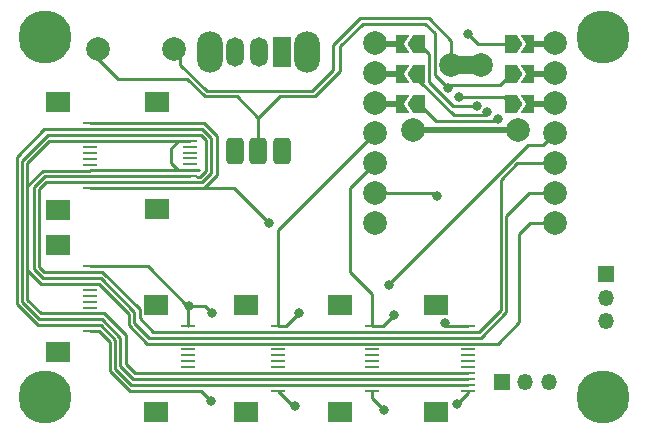
<source format=gbr>
%TF.GenerationSoftware,KiCad,Pcbnew,7.0.2*%
%TF.CreationDate,2024-09-11T13:33:12+02:00*%
%TF.ProjectId,mcu_holder,6d63755f-686f-46c6-9465-722e6b696361,rev?*%
%TF.SameCoordinates,Original*%
%TF.FileFunction,Copper,L1,Top*%
%TF.FilePolarity,Positive*%
%FSLAX46Y46*%
G04 Gerber Fmt 4.6, Leading zero omitted, Abs format (unit mm)*
G04 Created by KiCad (PCBNEW 7.0.2) date 2024-09-11 13:33:12*
%MOMM*%
%LPD*%
G01*
G04 APERTURE LIST*
G04 Aperture macros list*
%AMRoundRect*
0 Rectangle with rounded corners*
0 $1 Rounding radius*
0 $2 $3 $4 $5 $6 $7 $8 $9 X,Y pos of 4 corners*
0 Add a 4 corners polygon primitive as box body*
4,1,4,$2,$3,$4,$5,$6,$7,$8,$9,$2,$3,0*
0 Add four circle primitives for the rounded corners*
1,1,$1+$1,$2,$3*
1,1,$1+$1,$4,$5*
1,1,$1+$1,$6,$7*
1,1,$1+$1,$8,$9*
0 Add four rect primitives between the rounded corners*
20,1,$1+$1,$2,$3,$4,$5,0*
20,1,$1+$1,$4,$5,$6,$7,0*
20,1,$1+$1,$6,$7,$8,$9,0*
20,1,$1+$1,$8,$9,$2,$3,0*%
%AMFreePoly0*
4,1,6,0.500000,-0.750000,-0.650000,-0.750000,-0.150000,0.000000,-0.650000,0.750000,0.500000,0.750000,0.500000,-0.750000,0.500000,-0.750000,$1*%
%AMFreePoly1*
4,1,6,0.150000,0.000000,0.650000,-0.750000,-0.500000,-0.750000,-0.500000,0.750000,0.650000,0.750000,0.150000,0.000000,0.150000,0.000000,$1*%
%AMFreePoly2*
4,1,6,1.000000,0.000000,0.500000,-0.750000,-0.500000,-0.750000,-0.500000,0.750000,0.500000,0.750000,1.000000,0.000000,1.000000,0.000000,$1*%
%AMFreePoly3*
4,1,6,0.500000,-0.750000,-0.500000,-0.750000,-1.000000,0.000000,-0.500000,0.750000,0.500000,0.750000,0.500000,-0.750000,0.500000,-0.750000,$1*%
G04 Aperture macros list end*
%TA.AperFunction,SMDPad,CuDef*%
%ADD10R,1.250000X0.280000*%
%TD*%
%TA.AperFunction,SMDPad,CuDef*%
%ADD11R,2.000000X1.800000*%
%TD*%
%TA.AperFunction,ComponentPad*%
%ADD12C,4.500000*%
%TD*%
%TA.AperFunction,ComponentPad*%
%ADD13R,1.350000X1.350000*%
%TD*%
%TA.AperFunction,ComponentPad*%
%ADD14O,1.350000X1.350000*%
%TD*%
%TA.AperFunction,ComponentPad*%
%ADD15O,2.200000X3.500000*%
%TD*%
%TA.AperFunction,ComponentPad*%
%ADD16R,1.500000X2.500000*%
%TD*%
%TA.AperFunction,ComponentPad*%
%ADD17O,1.500000X2.500000*%
%TD*%
%TA.AperFunction,ComponentPad*%
%ADD18C,2.000000*%
%TD*%
%TA.AperFunction,ComponentPad*%
%ADD19RoundRect,0.375000X-0.375000X-0.750000X0.375000X-0.750000X0.375000X0.750000X-0.375000X0.750000X0*%
%TD*%
%TA.AperFunction,SMDPad,CuDef*%
%ADD20R,1.524000X0.500000*%
%TD*%
%TA.AperFunction,SMDPad,CuDef*%
%ADD21FreePoly0,180.000000*%
%TD*%
%TA.AperFunction,SMDPad,CuDef*%
%ADD22FreePoly1,180.000000*%
%TD*%
%TA.AperFunction,SMDPad,CuDef*%
%ADD23FreePoly2,180.000000*%
%TD*%
%TA.AperFunction,SMDPad,CuDef*%
%ADD24FreePoly3,180.000000*%
%TD*%
%TA.AperFunction,SMDPad,CuDef*%
%ADD25R,1.524000X1.524000*%
%TD*%
%TA.AperFunction,SMDPad,CuDef*%
%ADD26R,7.961000X0.606000*%
%TD*%
%TA.AperFunction,ViaPad*%
%ADD27C,0.800000*%
%TD*%
%TA.AperFunction,Conductor*%
%ADD28C,0.250000*%
%TD*%
G04 APERTURE END LIST*
D10*
%TO.P,J11,1,Pin_1*%
%TO.N,col1*%
X130293000Y-62550000D03*
%TO.P,J11,2,Pin_2*%
%TO.N,row_0*%
X130293000Y-63050000D03*
%TO.P,J11,3,Pin_3*%
%TO.N,row_1*%
X130293000Y-63550000D03*
%TO.P,J11,4,Pin_4*%
%TO.N,row_2*%
X130293000Y-64050000D03*
%TO.P,J11,5,Pin_5*%
%TO.N,unconnected-(J11-Pin_5-Pad5)*%
X130293000Y-64550000D03*
%TO.P,J11,6,Pin_6*%
%TO.N,unconnected-(J11-Pin_6-Pad6)*%
X130293000Y-65050000D03*
%TO.P,J11,7,Pin_7*%
%TO.N,unconnected-(J11-Pin_7-Pad7)*%
X130293000Y-65550000D03*
%TO.P,J11,8,Pin_8*%
%TO.N,unconnected-(J11-Pin_8-Pad8)*%
X130293000Y-66050000D03*
%TO.P,J11,9,Pin_9*%
%TO.N,row_2*%
X130293000Y-66550000D03*
%TO.P,J11,10,Pin_10*%
%TO.N,row_1*%
X130293000Y-67050000D03*
%TO.P,J11,11,Pin_11*%
%TO.N,row_0*%
X130293000Y-67550000D03*
%TO.P,J11,12,Pin_12*%
%TO.N,col1*%
X130293000Y-68050000D03*
D11*
%TO.P,J11,13*%
%TO.N,N/C*%
X127569000Y-69850000D03*
%TO.P,J11,14*%
X127569000Y-60750000D03*
%TD*%
D10*
%TO.P,J17,1,Pin_1*%
%TO.N,col4*%
X98249000Y-57500000D03*
%TO.P,J17,2,Pin_2*%
%TO.N,row_0*%
X98249000Y-58000000D03*
%TO.P,J17,3,Pin_3*%
%TO.N,row_1*%
X98249000Y-58500000D03*
%TO.P,J17,4,Pin_4*%
%TO.N,row_2*%
X98249000Y-59000000D03*
%TO.P,J17,5,Pin_5*%
%TO.N,unconnected-(J17-Pin_5-Pad5)*%
X98249000Y-59500000D03*
%TO.P,J17,6,Pin_6*%
%TO.N,unconnected-(J17-Pin_6-Pad6)*%
X98249000Y-60000000D03*
%TO.P,J17,7,Pin_7*%
%TO.N,unconnected-(J17-Pin_7-Pad7)*%
X98249000Y-60500000D03*
%TO.P,J17,8,Pin_8*%
%TO.N,unconnected-(J17-Pin_8-Pad8)*%
X98249000Y-61000000D03*
%TO.P,J17,9,Pin_9*%
%TO.N,row_2*%
X98249000Y-61500000D03*
%TO.P,J17,10,Pin_10*%
%TO.N,row_1*%
X98249000Y-62000000D03*
%TO.P,J17,11,Pin_11*%
%TO.N,row_0*%
X98249000Y-62500000D03*
%TO.P,J17,12,Pin_12*%
%TO.N,col4*%
X98249000Y-63000000D03*
D11*
%TO.P,J17,13*%
%TO.N,N/C*%
X95525000Y-64800000D03*
%TO.P,J17,14*%
X95525000Y-55700000D03*
%TD*%
D10*
%TO.P,J16,1,Pin_1*%
%TO.N,col0*%
X106693000Y-45375000D03*
%TO.P,J16,2,Pin_2*%
%TO.N,row_0*%
X106693000Y-45875000D03*
%TO.P,J16,3,Pin_3*%
%TO.N,row_1*%
X106693000Y-46375000D03*
%TO.P,J16,4,Pin_4*%
%TO.N,row_2*%
X106693000Y-46875000D03*
%TO.P,J16,5,Pin_5*%
%TO.N,unconnected-(J16-Pin_5-Pad5)*%
X106693000Y-47375000D03*
%TO.P,J16,6,Pin_6*%
%TO.N,unconnected-(J16-Pin_6-Pad6)*%
X106693000Y-47875000D03*
%TO.P,J16,7,Pin_7*%
%TO.N,unconnected-(J16-Pin_7-Pad7)*%
X106693000Y-48375000D03*
%TO.P,J16,8,Pin_8*%
%TO.N,unconnected-(J16-Pin_8-Pad8)*%
X106693000Y-48875000D03*
%TO.P,J16,9,Pin_9*%
%TO.N,row_2*%
X106693000Y-49375000D03*
%TO.P,J16,10,Pin_10*%
%TO.N,row_1*%
X106693000Y-49875000D03*
%TO.P,J16,11,Pin_11*%
%TO.N,row_0*%
X106693000Y-50375000D03*
%TO.P,J16,12,Pin_12*%
%TO.N,col0*%
X106693000Y-50875000D03*
D11*
%TO.P,J16,13*%
%TO.N,N/C*%
X103969000Y-52675000D03*
%TO.P,J16,14*%
X103969000Y-43575000D03*
%TD*%
D10*
%TO.P,J15,1,Pin_1*%
%TO.N,col0*%
X98249000Y-45400000D03*
%TO.P,J15,2,Pin_2*%
%TO.N,row_0*%
X98249000Y-45900000D03*
%TO.P,J15,3,Pin_3*%
%TO.N,row_1*%
X98249000Y-46400000D03*
%TO.P,J15,4,Pin_4*%
%TO.N,row_2*%
X98249000Y-46900000D03*
%TO.P,J15,5,Pin_5*%
%TO.N,unconnected-(J15-Pin_5-Pad5)*%
X98249000Y-47400000D03*
%TO.P,J15,6,Pin_6*%
%TO.N,unconnected-(J15-Pin_6-Pad6)*%
X98249000Y-47900000D03*
%TO.P,J15,7,Pin_7*%
%TO.N,unconnected-(J15-Pin_7-Pad7)*%
X98249000Y-48400000D03*
%TO.P,J15,8,Pin_8*%
%TO.N,unconnected-(J15-Pin_8-Pad8)*%
X98249000Y-48900000D03*
%TO.P,J15,9,Pin_9*%
%TO.N,row_2*%
X98249000Y-49400000D03*
%TO.P,J15,10,Pin_10*%
%TO.N,row_1*%
X98249000Y-49900000D03*
%TO.P,J15,11,Pin_11*%
%TO.N,row_0*%
X98249000Y-50400000D03*
%TO.P,J15,12,Pin_12*%
%TO.N,col0*%
X98249000Y-50900000D03*
D11*
%TO.P,J15,13*%
%TO.N,N/C*%
X95525000Y-52700000D03*
%TO.P,J15,14*%
X95525000Y-43600000D03*
%TD*%
D10*
%TO.P,J14,1,Pin_1*%
%TO.N,col4*%
X106593000Y-62550000D03*
%TO.P,J14,2,Pin_2*%
%TO.N,row_0*%
X106593000Y-63050000D03*
%TO.P,J14,3,Pin_3*%
%TO.N,row_1*%
X106593000Y-63550000D03*
%TO.P,J14,4,Pin_4*%
%TO.N,row_2*%
X106593000Y-64050000D03*
%TO.P,J14,5,Pin_5*%
%TO.N,unconnected-(J14-Pin_5-Pad5)*%
X106593000Y-64550000D03*
%TO.P,J14,6,Pin_6*%
%TO.N,unconnected-(J14-Pin_6-Pad6)*%
X106593000Y-65050000D03*
%TO.P,J14,7,Pin_7*%
%TO.N,unconnected-(J14-Pin_7-Pad7)*%
X106593000Y-65550000D03*
%TO.P,J14,8,Pin_8*%
%TO.N,unconnected-(J14-Pin_8-Pad8)*%
X106593000Y-66050000D03*
%TO.P,J14,9,Pin_9*%
%TO.N,row_2*%
X106593000Y-66550000D03*
%TO.P,J14,10,Pin_10*%
%TO.N,row_1*%
X106593000Y-67050000D03*
%TO.P,J14,11,Pin_11*%
%TO.N,row_0*%
X106593000Y-67550000D03*
%TO.P,J14,12,Pin_12*%
%TO.N,col4*%
X106593000Y-68050000D03*
D11*
%TO.P,J14,13*%
%TO.N,N/C*%
X103869000Y-69850000D03*
%TO.P,J14,14*%
X103869000Y-60750000D03*
%TD*%
D10*
%TO.P,J13,1,Pin_1*%
%TO.N,col3*%
X114200000Y-62550000D03*
%TO.P,J13,2,Pin_2*%
%TO.N,row_0*%
X114200000Y-63050000D03*
%TO.P,J13,3,Pin_3*%
%TO.N,row_1*%
X114200000Y-63550000D03*
%TO.P,J13,4,Pin_4*%
%TO.N,row_2*%
X114200000Y-64050000D03*
%TO.P,J13,5,Pin_5*%
%TO.N,unconnected-(J13-Pin_5-Pad5)*%
X114200000Y-64550000D03*
%TO.P,J13,6,Pin_6*%
%TO.N,unconnected-(J13-Pin_6-Pad6)*%
X114200000Y-65050000D03*
%TO.P,J13,7,Pin_7*%
%TO.N,unconnected-(J13-Pin_7-Pad7)*%
X114200000Y-65550000D03*
%TO.P,J13,8,Pin_8*%
%TO.N,unconnected-(J13-Pin_8-Pad8)*%
X114200000Y-66050000D03*
%TO.P,J13,9,Pin_9*%
%TO.N,row_2*%
X114200000Y-66550000D03*
%TO.P,J13,10,Pin_10*%
%TO.N,row_1*%
X114200000Y-67050000D03*
%TO.P,J13,11,Pin_11*%
%TO.N,row_0*%
X114200000Y-67550000D03*
%TO.P,J13,12,Pin_12*%
%TO.N,col3*%
X114200000Y-68050000D03*
D11*
%TO.P,J13,13*%
%TO.N,N/C*%
X111476000Y-69850000D03*
%TO.P,J13,14*%
X111476000Y-60750000D03*
%TD*%
D10*
%TO.P,J12,1,Pin_1*%
%TO.N,col2*%
X122168000Y-62550000D03*
%TO.P,J12,2,Pin_2*%
%TO.N,row_0*%
X122168000Y-63050000D03*
%TO.P,J12,3,Pin_3*%
%TO.N,row_1*%
X122168000Y-63550000D03*
%TO.P,J12,4,Pin_4*%
%TO.N,row_2*%
X122168000Y-64050000D03*
%TO.P,J12,5,Pin_5*%
%TO.N,unconnected-(J12-Pin_5-Pad5)*%
X122168000Y-64550000D03*
%TO.P,J12,6,Pin_6*%
%TO.N,unconnected-(J12-Pin_6-Pad6)*%
X122168000Y-65050000D03*
%TO.P,J12,7,Pin_7*%
%TO.N,unconnected-(J12-Pin_7-Pad7)*%
X122168000Y-65550000D03*
%TO.P,J12,8,Pin_8*%
%TO.N,unconnected-(J12-Pin_8-Pad8)*%
X122168000Y-66050000D03*
%TO.P,J12,9,Pin_9*%
%TO.N,row_2*%
X122168000Y-66550000D03*
%TO.P,J12,10,Pin_10*%
%TO.N,row_1*%
X122168000Y-67050000D03*
%TO.P,J12,11,Pin_11*%
%TO.N,row_0*%
X122168000Y-67550000D03*
%TO.P,J12,12,Pin_12*%
%TO.N,col2*%
X122168000Y-68050000D03*
D11*
%TO.P,J12,13*%
%TO.N,N/C*%
X119444000Y-69850000D03*
%TO.P,J12,14*%
X119444000Y-60750000D03*
%TD*%
D12*
%TO.P,H4,1*%
%TO.N,N/C*%
X141732000Y-68580000D03*
%TD*%
%TO.P,H3,1*%
%TO.N,N/C*%
X94488000Y-38100000D03*
%TD*%
D13*
%TO.P,J10,1,Pin_1*%
%TO.N,+5V*%
X141986000Y-58166000D03*
D14*
%TO.P,J10,2,Pin_2*%
%TO.N,GND*%
X141986000Y-60166000D03*
%TO.P,J10,3,Pin_3*%
%TO.N,+3V3*%
X141986000Y-62166000D03*
%TD*%
D15*
%TO.P,SW17,*%
%TO.N,*%
X116654000Y-39370000D03*
X108454000Y-39370000D03*
D16*
%TO.P,SW17,1,A*%
%TO.N,unconnected-(SW17-A-Pad1)*%
X114554000Y-39370000D03*
D17*
%TO.P,SW17,2,B*%
%TO.N,BAT+*%
X112554000Y-39370000D03*
%TO.P,SW17,3,C*%
%TO.N,Pogo_BAT+*%
X110554000Y-39370000D03*
%TD*%
D13*
%TO.P,J6,1,Pin_1*%
%TO.N,D0*%
X133128000Y-67310000D03*
D14*
%TO.P,J6,2,Pin_2*%
%TO.N,D1*%
X135128000Y-67310000D03*
%TO.P,J6,3,Pin_3*%
%TO.N,D2*%
X137128000Y-67310000D03*
%TD*%
D18*
%TO.P,SW16,1,1*%
%TO.N,RST*%
X105410000Y-39116000D03*
%TO.P,SW16,2,2*%
%TO.N,GND*%
X98910000Y-39116000D03*
%TD*%
D19*
%TO.P,J7,1,Pin_1*%
%TO.N,BAT+*%
X114522000Y-47752000D03*
%TO.P,J7,2,Pin_2*%
%TO.N,GND*%
X112522000Y-47752000D03*
%TO.P,J7,3,Pin_3*%
%TO.N,BAT+*%
X110522000Y-47752000D03*
%TD*%
D12*
%TO.P,H1,1*%
%TO.N,N/C*%
X94488000Y-68580000D03*
%TD*%
D18*
%TO.P,U1,*%
%TO.N,*%
X122428000Y-38606910D03*
X122428000Y-41142364D03*
X122428000Y-43678377D03*
D20*
X123783000Y-38676910D03*
X123783000Y-41216910D03*
X123783000Y-43756910D03*
D21*
X124708000Y-38676910D03*
X124708000Y-41216910D03*
X124708000Y-43756910D03*
D22*
X135383000Y-38676910D03*
X135383000Y-41216910D03*
X135383000Y-43756910D03*
D20*
X136333000Y-38676910D03*
X136333000Y-41216910D03*
X136333000Y-43756910D03*
D18*
X137668000Y-38609090D03*
X137668000Y-41149090D03*
X137668000Y-43689090D03*
D23*
%TO.P,U1,1,PA02_A0_D0*%
%TO.N,D0*%
X126158000Y-38676910D03*
%TO.P,U1,2,PA4_A1_D1*%
%TO.N,D1*%
X126158000Y-41216910D03*
%TO.P,U1,3,PA10_A2_D2*%
%TO.N,D2*%
X126158000Y-43756910D03*
D18*
%TO.P,U1,4,PA11_A3_D3*%
%TO.N,col3*%
X122428000Y-46226910D03*
%TO.P,U1,5,PA8_A4_D4_SDA*%
%TO.N,col2*%
X122428000Y-48765032D03*
%TO.P,U1,6,PA9_A5_D5_SCL*%
%TO.N,col1*%
X122428000Y-51304474D03*
%TO.P,U1,7,PB08_A6_D6_TX*%
%TO.N,col0*%
X122428000Y-53839229D03*
%TO.P,U1,8,PB09_A7_D7_RX*%
%TO.N,row_2*%
X137668000Y-53849090D03*
%TO.P,U1,9,PA7_A8_D8_SCK*%
%TO.N,row_1*%
X137668000Y-51309090D03*
%TO.P,U1,10,PA5_A9_D9_MISO*%
%TO.N,row_0*%
X137668000Y-48769090D03*
%TO.P,U1,11,PA6_A10_D10_MOSI*%
%TO.N,col4*%
X137668000Y-46229090D03*
D24*
%TO.P,U1,12,3V3*%
%TO.N,+3V3*%
X133933000Y-43756910D03*
%TO.P,U1,13,GND*%
%TO.N,GND*%
X133933000Y-41216910D03*
%TO.P,U1,14,5V*%
%TO.N,+5V*%
X133933000Y-38676910D03*
D18*
%TO.P,U1,15,RESET*%
%TO.N,RST*%
X128856803Y-40462723D03*
D25*
X130098000Y-40498000D03*
D18*
X131396803Y-40462723D03*
%TO.P,U1,16,BAT+*%
%TO.N,Pogo_BAT+*%
X125598000Y-45926910D03*
D26*
X130148500Y-45955000D03*
D18*
X134498000Y-45926910D03*
%TD*%
D12*
%TO.P,H2,1*%
%TO.N,N/C*%
X141732000Y-38100000D03*
%TD*%
D27*
%TO.N,col2*%
X124000000Y-61625000D03*
X123200000Y-69700000D03*
%TO.N,col3*%
X115950000Y-61500000D03*
X115625000Y-69325000D03*
%TO.N,col4*%
X108625000Y-61500000D03*
X108500000Y-68875000D03*
X106625000Y-60900000D03*
X123550000Y-59100000D03*
%TO.N,col0*%
X113425000Y-53825000D03*
%TO.N,col1*%
X127675000Y-51550000D03*
X129325000Y-69175000D03*
X128300000Y-62325500D03*
%TO.N,D0*%
X131025992Y-43904500D03*
%TO.N,D1*%
X131863500Y-44450011D03*
%TO.N,D2*%
X132842000Y-45052498D03*
%TO.N,GND*%
X128547204Y-42394796D03*
%TO.N,+5V*%
X130302000Y-37846000D03*
%TO.N,+3V3*%
X129540000Y-43180000D03*
%TD*%
D28*
%TO.N,row_2*%
X101300000Y-63363208D02*
X101300000Y-65802208D01*
X101300000Y-65802208D02*
X102047792Y-66550000D01*
X102047792Y-66550000D02*
X106593000Y-66550000D01*
X99436792Y-61500000D02*
X101300000Y-63363208D01*
X98249000Y-61500000D02*
X99436792Y-61500000D01*
%TO.N,row_1*%
X107593000Y-49910000D02*
X107350000Y-49910000D01*
X108100000Y-49403000D02*
X107593000Y-49910000D01*
X107625000Y-46375000D02*
X108100000Y-46850000D01*
X108100000Y-46850000D02*
X108100000Y-49403000D01*
X106693000Y-46375000D02*
X107625000Y-46375000D01*
%TO.N,row_0*%
X107764396Y-50375000D02*
X106693000Y-50375000D01*
X108550000Y-49589396D02*
X107764396Y-50375000D01*
X107761396Y-45875000D02*
X108550000Y-46663604D01*
X108550000Y-46663604D02*
X108550000Y-49589396D01*
X106693000Y-45875000D02*
X107761396Y-45875000D01*
%TO.N,col0*%
X109000000Y-49775792D02*
X107900792Y-50875000D01*
X107897792Y-45375000D02*
X109000000Y-46477208D01*
X107900792Y-50875000D02*
X106693000Y-50875000D01*
X106693000Y-45375000D02*
X107897792Y-45375000D01*
X109000000Y-46477208D02*
X109000000Y-49775792D01*
%TO.N,row_2*%
X107456604Y-49375000D02*
X106693000Y-49375000D01*
X105743000Y-49340000D02*
X107421604Y-49340000D01*
X105150000Y-47503000D02*
X105150000Y-48747000D01*
X105150000Y-48747000D02*
X105743000Y-49340000D01*
X105778000Y-46875000D02*
X105150000Y-47503000D01*
X107421604Y-49340000D02*
X107456604Y-49375000D01*
X106693000Y-46875000D02*
X105778000Y-46875000D01*
%TO.N,col4*%
X99950000Y-66361396D02*
X101638604Y-68050000D01*
X99027604Y-63000000D02*
X99950000Y-63922396D01*
X99950000Y-63922396D02*
X99950000Y-66361396D01*
X98249000Y-63000000D02*
X99027604Y-63000000D01*
X101638604Y-68050000D02*
X106593000Y-68050000D01*
%TO.N,row_2*%
X99048604Y-59000000D02*
X98249000Y-59000000D01*
X101575000Y-62500000D02*
X101575000Y-61526396D01*
X103125000Y-64050000D02*
X101575000Y-62500000D01*
X106593000Y-64050000D02*
X103125000Y-64050000D01*
X101575000Y-61526396D02*
X99048604Y-59000000D01*
%TO.N,row_1*%
X102025000Y-62313604D02*
X102025000Y-61340000D01*
X99185000Y-58500000D02*
X98249000Y-58500000D01*
X103286396Y-63575000D02*
X102025000Y-62313604D01*
X106568000Y-63575000D02*
X103286396Y-63575000D01*
X102025000Y-61340000D02*
X99185000Y-58500000D01*
X106593000Y-63550000D02*
X106568000Y-63575000D01*
%TO.N,row_0*%
X102475000Y-61153604D02*
X99321396Y-58000000D01*
X102475000Y-61906000D02*
X102475000Y-61153604D01*
X99321396Y-58000000D02*
X98249000Y-58000000D01*
X103619000Y-63050000D02*
X102475000Y-61906000D01*
X106593000Y-63050000D02*
X103619000Y-63050000D01*
X93975000Y-57577208D02*
X94397792Y-58000000D01*
X93975000Y-50997792D02*
X93975000Y-57577208D01*
X94397792Y-58000000D02*
X98249000Y-58000000D01*
X98249000Y-50400000D02*
X94572792Y-50400000D01*
X94572792Y-50400000D02*
X93975000Y-50997792D01*
%TO.N,row_1*%
X93525000Y-57763604D02*
X94261396Y-58500000D01*
X94261396Y-58500000D02*
X98249000Y-58500000D01*
X93525000Y-50811396D02*
X93525000Y-57763604D01*
X98249000Y-49900000D02*
X94436396Y-49900000D01*
X94436396Y-49900000D02*
X93525000Y-50811396D01*
%TO.N,row_2*%
X92975000Y-57850000D02*
X94125000Y-59000000D01*
X92975000Y-57700000D02*
X92975000Y-57850000D01*
X94125000Y-59000000D02*
X98249000Y-59000000D01*
%TO.N,row_0*%
X130293000Y-63050000D02*
X122168000Y-63050000D01*
%TO.N,row_2*%
X92975000Y-57700000D02*
X92975000Y-57925000D01*
X92975000Y-50725000D02*
X92975000Y-57700000D01*
X94300000Y-49400000D02*
X92975000Y-50725000D01*
X98249000Y-49400000D02*
X94300000Y-49400000D01*
X92975000Y-57925000D02*
X92975000Y-60363604D01*
X92975000Y-48761396D02*
X92975000Y-57925000D01*
X94111396Y-61500000D02*
X98249000Y-61500000D01*
X92975000Y-60363604D02*
X94111396Y-61500000D01*
X98249000Y-46900000D02*
X94836396Y-46900000D01*
X94836396Y-46900000D02*
X92975000Y-48761396D01*
%TO.N,row_0*%
X93838604Y-62500000D02*
X98249000Y-62500000D01*
X92075000Y-48225000D02*
X92075000Y-60736396D01*
X92075000Y-60736396D02*
X93838604Y-62500000D01*
X94400000Y-45900000D02*
X92075000Y-48225000D01*
X98249000Y-45900000D02*
X94400000Y-45900000D01*
%TO.N,row_1*%
X133525000Y-61369396D02*
X133525000Y-53225000D01*
X131344396Y-63550000D02*
X133525000Y-61369396D01*
X135440910Y-51309090D02*
X137668000Y-51309090D01*
X130293000Y-63550000D02*
X131344396Y-63550000D01*
X133525000Y-53225000D02*
X135440910Y-51309090D01*
X94700000Y-46400000D02*
X98249000Y-46400000D01*
X92525000Y-48575000D02*
X94700000Y-46400000D01*
X93975000Y-62000000D02*
X92525000Y-60550000D01*
X98249000Y-62000000D02*
X93975000Y-62000000D01*
X92525000Y-60550000D02*
X92525000Y-48575000D01*
%TO.N,col0*%
X108525000Y-50875000D02*
X106693000Y-50875000D01*
X110425000Y-50875000D02*
X108525000Y-50875000D01*
X106668000Y-45400000D02*
X106693000Y-45375000D01*
X98249000Y-45400000D02*
X106668000Y-45400000D01*
%TO.N,row_0*%
X106668000Y-45900000D02*
X106693000Y-45875000D01*
X98249000Y-45900000D02*
X106668000Y-45900000D01*
%TO.N,row_1*%
X106668000Y-46400000D02*
X106693000Y-46375000D01*
X98249000Y-46400000D02*
X106668000Y-46400000D01*
%TO.N,row_2*%
X106668000Y-46900000D02*
X106693000Y-46875000D01*
X98249000Y-46900000D02*
X106668000Y-46900000D01*
X106693000Y-49375000D02*
X98274000Y-49375000D01*
X98274000Y-49375000D02*
X98249000Y-49400000D01*
%TO.N,row_1*%
X98274000Y-49875000D02*
X98249000Y-49900000D01*
X106693000Y-49875000D02*
X98274000Y-49875000D01*
%TO.N,row_0*%
X98274000Y-50375000D02*
X98249000Y-50400000D01*
X106693000Y-50375000D02*
X98274000Y-50375000D01*
%TO.N,col2*%
X123075000Y-62550000D02*
X124000000Y-61625000D01*
X122168000Y-62550000D02*
X123075000Y-62550000D01*
X122168000Y-68668000D02*
X123200000Y-69700000D01*
X122168000Y-68050000D02*
X122168000Y-68668000D01*
%TO.N,col3*%
X114900000Y-62550000D02*
X115950000Y-61500000D01*
X114200000Y-62550000D02*
X114900000Y-62550000D01*
X115475000Y-69325000D02*
X115625000Y-69325000D01*
X114200000Y-68050000D02*
X115475000Y-69325000D01*
%TO.N,col4*%
X108025000Y-60900000D02*
X108625000Y-61500000D01*
X106625000Y-60900000D02*
X108025000Y-60900000D01*
X107675000Y-68050000D02*
X108500000Y-68875000D01*
X106593000Y-68050000D02*
X107675000Y-68050000D01*
X123550000Y-59038604D02*
X123550000Y-59100000D01*
X135336694Y-47251910D02*
X123550000Y-59038604D01*
X136645180Y-47251910D02*
X135336694Y-47251910D01*
X137668000Y-46229090D02*
X136645180Y-47251910D01*
%TO.N,col3*%
X114200000Y-54454910D02*
X114200000Y-62550000D01*
X122428000Y-46226910D02*
X114200000Y-54454910D01*
%TO.N,col2*%
X122168000Y-59893000D02*
X122168000Y-62550000D01*
X120275000Y-50918032D02*
X120275000Y-58000000D01*
X122428000Y-48765032D02*
X120275000Y-50918032D01*
X120275000Y-58000000D02*
X122168000Y-59893000D01*
%TO.N,col0*%
X98274000Y-50875000D02*
X98249000Y-50900000D01*
X106693000Y-50875000D02*
X98274000Y-50875000D01*
X113389229Y-53839229D02*
X110425000Y-50875000D01*
%TO.N,col1*%
X127429474Y-51304474D02*
X122428000Y-51304474D01*
X127675000Y-51550000D02*
X127429474Y-51304474D01*
X129500000Y-62550000D02*
X130200000Y-62550000D01*
X129500000Y-62550000D02*
X130293000Y-62550000D01*
X128524500Y-62550000D02*
X129500000Y-62550000D01*
%TO.N,row_0*%
X131208000Y-63050000D02*
X130293000Y-63050000D01*
%TO.N,row_2*%
X135550910Y-53849090D02*
X137668000Y-53849090D01*
X134625000Y-54775000D02*
X135550910Y-53849090D01*
X134625000Y-62200000D02*
X134625000Y-54775000D01*
X130293000Y-64050000D02*
X132775000Y-64050000D01*
X132775000Y-64050000D02*
X134625000Y-62200000D01*
%TO.N,col4*%
X106593000Y-60924000D02*
X106593000Y-62550000D01*
X103169000Y-57500000D02*
X106593000Y-60924000D01*
X98249000Y-57500000D02*
X103169000Y-57500000D01*
%TO.N,col1*%
X128300000Y-62325500D02*
X128524500Y-62550000D01*
%TO.N,row_2*%
X127400000Y-64050000D02*
X128175000Y-64050000D01*
X122168000Y-64050000D02*
X127400000Y-64050000D01*
X128175000Y-64050000D02*
X130293000Y-64050000D01*
X122168000Y-64050000D02*
X106593000Y-64050000D01*
%TO.N,row_1*%
X130293000Y-63550000D02*
X122168000Y-63550000D01*
%TO.N,row_0*%
X122168000Y-63050000D02*
X106593000Y-63050000D01*
%TO.N,row_1*%
X122168000Y-63550000D02*
X106593000Y-63550000D01*
%TO.N,row_2*%
X106593000Y-66550000D02*
X127400000Y-66550000D01*
X127400000Y-66550000D02*
X130293000Y-66550000D01*
%TO.N,row_1*%
X100850000Y-63549604D02*
X99300396Y-62000000D01*
X99300396Y-62000000D02*
X98249000Y-62000000D01*
X100850000Y-65988604D02*
X100850000Y-63549604D01*
X101946396Y-67085000D02*
X100850000Y-65988604D01*
X130293000Y-67050000D02*
X130258000Y-67085000D01*
X130258000Y-67085000D02*
X101946396Y-67085000D01*
%TO.N,row_0*%
X100400000Y-63736000D02*
X99164000Y-62500000D01*
X100400000Y-66175000D02*
X100400000Y-63736000D01*
X99164000Y-62500000D02*
X98249000Y-62500000D01*
X127925000Y-67550000D02*
X101775000Y-67550000D01*
X101775000Y-67550000D02*
X100400000Y-66175000D01*
X127925000Y-67550000D02*
X130293000Y-67550000D01*
%TO.N,col1*%
X130293000Y-68207000D02*
X129325000Y-69175000D01*
X130293000Y-68050000D02*
X130293000Y-68207000D01*
%TO.N,row_0*%
X134800000Y-48800000D02*
X134830910Y-48769090D01*
X134425000Y-48800000D02*
X134800000Y-48800000D01*
X133050000Y-50175000D02*
X134425000Y-48800000D01*
X134830910Y-48769090D02*
X137668000Y-48769090D01*
X131208000Y-63050000D02*
X133050000Y-61208000D01*
X133050000Y-61208000D02*
X133050000Y-50175000D01*
%TO.N,GND*%
X98910000Y-39930000D02*
X98910000Y-39116000D01*
X107965604Y-43122000D02*
X106493604Y-41650000D01*
X106493604Y-41650000D02*
X100630000Y-41650000D01*
X110686000Y-43122000D02*
X107965604Y-43122000D01*
X100630000Y-41650000D02*
X98910000Y-39930000D01*
X112522000Y-44958000D02*
X110686000Y-43122000D01*
%TO.N,D0*%
X131025992Y-43904500D02*
X129032310Y-43904500D01*
X129032310Y-43904500D02*
X127000000Y-41872190D01*
X127000000Y-39518910D02*
X126158000Y-38676910D01*
X127000000Y-41872190D02*
X127000000Y-39518910D01*
%TO.N,D1*%
X131863500Y-44450011D02*
X131647000Y-44666511D01*
X126158000Y-41777455D02*
X126158000Y-41216910D01*
X131647000Y-44666511D02*
X129047056Y-44666511D01*
X129047056Y-44666511D02*
X126158000Y-41777455D01*
%TO.N,D2*%
X132719987Y-45174511D02*
X127575601Y-45174511D01*
X132842000Y-45052498D02*
X132719987Y-45174511D01*
X127575601Y-45174511D02*
X126158000Y-43756910D01*
%TO.N,GND*%
X121344198Y-36967040D02*
X119414619Y-38896619D01*
X127449520Y-37787520D02*
X126629040Y-36967040D01*
X112522000Y-44958000D02*
X112522000Y-47752000D01*
X127449520Y-41297112D02*
X127449520Y-37787520D01*
X119414619Y-38896619D02*
X119414619Y-40987098D01*
X128547204Y-42394796D02*
X128778000Y-42164000D01*
X126629040Y-36967040D02*
X121344198Y-36967040D01*
X128547204Y-42394796D02*
X127449520Y-41297112D01*
X128778000Y-42164000D02*
X132985910Y-42164000D01*
X117280197Y-43121520D02*
X114358480Y-43121520D01*
X132985910Y-42164000D02*
X133933000Y-41216910D01*
X114358480Y-43121520D02*
X112522000Y-44958000D01*
X119414619Y-40987098D02*
X117280197Y-43121520D01*
%TO.N,RST*%
X118872000Y-40894000D02*
X117094000Y-42672000D01*
X128856803Y-40462723D02*
X128856803Y-38432803D01*
X128856803Y-38432803D02*
X126941520Y-36517520D01*
X126941520Y-36517520D02*
X121158000Y-36517520D01*
X118872000Y-38803520D02*
X118872000Y-40894000D01*
X117094000Y-42672000D02*
X108152000Y-42672000D01*
X108152000Y-42672000D02*
X105918000Y-40438000D01*
X105918000Y-40438000D02*
X105918000Y-39370000D01*
X121158000Y-36517520D02*
X118872000Y-38803520D01*
%TO.N,+5V*%
X131132910Y-38676910D02*
X133933000Y-38676910D01*
X130302000Y-37846000D02*
X131132910Y-38676910D01*
%TO.N,+3V3*%
X129540000Y-43180000D02*
X133356090Y-43180000D01*
X133356090Y-43180000D02*
X133933000Y-43756910D01*
%TD*%
M02*

</source>
